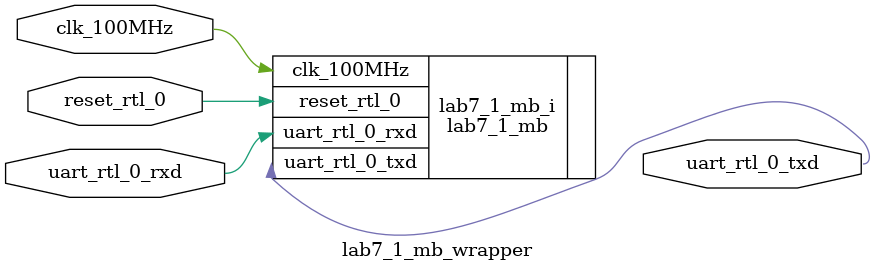
<source format=v>
`timescale 1 ps / 1 ps

module lab7_1_mb_wrapper
   (clk_100MHz,
    reset_rtl_0,
    uart_rtl_0_rxd,
    uart_rtl_0_txd);
  input clk_100MHz;
  input reset_rtl_0;
  input uart_rtl_0_rxd;
  output uart_rtl_0_txd;

  wire clk_100MHz;
  wire reset_rtl_0;
  wire uart_rtl_0_rxd;
  wire uart_rtl_0_txd;

  lab7_1_mb lab7_1_mb_i
       (.clk_100MHz(clk_100MHz),
        .reset_rtl_0(reset_rtl_0),
        .uart_rtl_0_rxd(uart_rtl_0_rxd),
        .uart_rtl_0_txd(uart_rtl_0_txd));
endmodule

</source>
